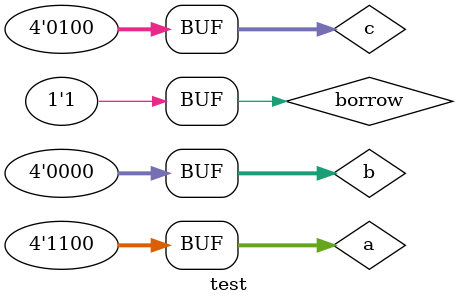
<source format=v>
module test;
	reg[3:0] a, b, c;
	reg borrow;
	initial a = 4'b1100;
	initial b = 4'b0000;

	always @(*) begin
		{borrow, c} = b - a;
		$display("%b, %b", borrow, c);

	end
endmodule

</source>
